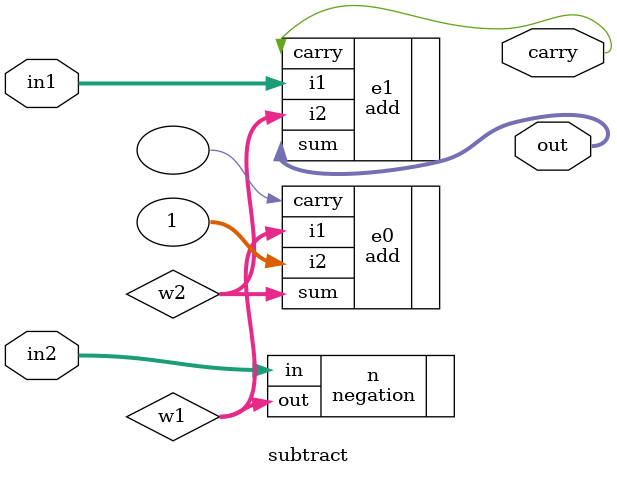
<source format=v>
module subtract(in1, in2, out, carry);
    input[7:0] in1, in2;
    output[7:0] out;
    output carry;
    
    wire[7:0] w1, w2;
    negation n(
        .in(in2), .out(w1)
    );
    
    add e0 (
        .i1(w1), .i2(1), .sum(w2), .carry()
    );
    
    add e1 (
        .i1(in1), .i2(w2), .sum(out), .carry(carry)
    );
    
endmodule
</source>
